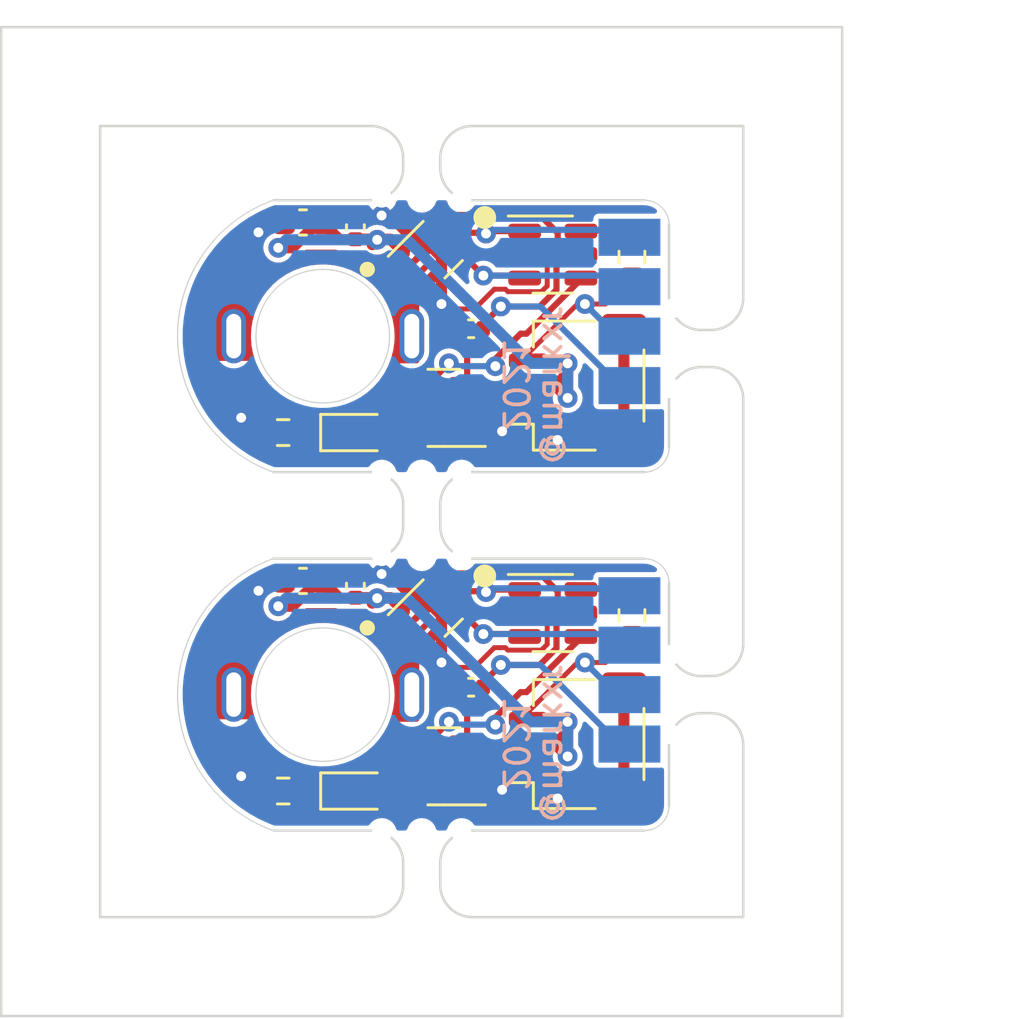
<source format=kicad_pcb>
(kicad_pcb (version 20210108) (generator pcbnew)
  (layers (0 "F.Cu" signal) (31 "B.Cu" signal) (34 "B.Paste" user) (35 "F.Paste" user) (36 "B.SilkS" user "B.Silkscreen") (37 "F.SilkS" user "F.Silkscreen") (38 "B.Mask" user) (39 "F.Mask" user) (44 "Edge.Cuts" user))
  (net 0 "")
  (net 1 "GND")
  (net 2 "VBAT")
  (net 3 "/VLOGIC")
  (net 4 "PWMIN")
  (net 5 "/MOTORF")
  (net 6 "/MOTORR")
  (net 7 "BLINKY")
  (net 8 "Net-(D1-Pad1)")
  (net 9 "/MOTOROUT1")
  (net 10 "/MOTOROUT2")
  (net 11 "/PWMR")
  (footprint "Connector_JST:JST_SH_SM03B-SRSS-TB_1x03-1MP_P1.00mm_Horizontal" (layer "F.Cu") (at 170.3 83.5 90)
    (fp_text reference "J1" hide)
    (fp_text value "Servo wire input" hide)
  )
  (footprint "LED_SMD:LED_0603_1608Metric" (layer "F.Cu") (at 161.4 85.4)
    (fp_text reference "D1" hide)
    (fp_text value "LED" hide)
  )
  (footprint "motorback:drv8837_custom" (layer "F.Cu") (at 164.5 78 45)
    (fp_text reference "U1" hide)
    (fp_text value "DRV8837DSGR" hide)
  )
  (footprint "Connector_JST:JST_SH_SM03B-SRSS-TB_1x03-1MP_P1.00mm_Horizontal" (layer "F.Cu") (at 170.3 98 90)
    (fp_text reference "J1" hide)
    (fp_text value "Servo wire input" hide)
  )
  (footprint "Resistor_SMD:R_0603_1608Metric" (layer "F.Cu") (at 158.4 99.9)
    (fp_text reference "R1" hide)
    (fp_text value "680R" hide)
  )
  (footprint "holes" (layer "F.Cu") (at 165.6127 90.4)
    (fp_text reference "")
    (fp_text value "")
  )
  (footprint "LED_SMD:LED_0603_1608Metric" (layer "F.Cu") (at 161.4 99.9)
    (fp_text reference "D1" hide)
    (fp_text value "LED" hide)
  )
  (footprint "Capacitor_SMD:C_0603_1608Metric" (layer "F.Cu") (at 159.2 91.4 180)
    (fp_text reference "C1" hide)
    (fp_text value "10uF" hide)
  )
  (footprint "motorback:motorpad" (layer "F.Cu") (at 163.4 96)
    (fp_text reference "J3" hide)
    (fp_text value "Conn_01x01_Male" hide)
  )
  (footprint "Resistor_SMD:R_0603_1608Metric" (layer "F.Cu") (at 172.5 78.3 90)
    (fp_text reference "R2" hide)
    (fp_text value "680R" hide)
  )
  (footprint "Package_TO_SOT_SMD:SOT-23-6" (layer "F.Cu") (at 169.3 92.7)
    (fp_text reference "U2" hide)
    (fp_text value "ATtiny4-TS" hide)
  )
  (footprint "holes" (layer "F.Cu") (at 162.387294 101.6)
    (fp_text reference "")
    (fp_text value "")
  )
  (footprint "motorback:drv8837_custom" (layer "F.Cu") (at 164.5 92.5 45)
    (fp_text reference "U1" hide)
    (fp_text value "DRV8837DSGR" hide)
  )
  (footprint "Capacitor_SMD:C_0402_1005Metric" (layer "F.Cu") (at 161.32 77.1 90)
    (fp_text reference "C2" hide)
    (fp_text value "1uF" hide)
  )
  (footprint "holes" (layer "F.Cu") (at 162.387294 87.1)
    (fp_text reference "")
    (fp_text value "")
  )
  (footprint "holes" (layer "F.Cu") (at 165.6127 75.9)
    (fp_text reference "")
    (fp_text value "")
  )
  (footprint "Package_TO_SOT_SMD:SOT-23" (layer "F.Cu") (at 164.9 84.4 180)
    (fp_text reference "U3" hide)
    (fp_text value "AIC1734-33GUTR" hide)
  )
  (footprint "Resistor_SMD:R_0603_1608Metric" (layer "F.Cu") (at 172.5 92.8 90)
    (fp_text reference "R2" hide)
    (fp_text value "680R" hide)
  )
  (footprint "Capacitor_SMD:C_0603_1608Metric" (layer "F.Cu") (at 159.2 76.9 180)
    (fp_text reference "C1" hide)
    (fp_text value "10uF" hide)
  )
  (footprint "Resistor_SMD:R_0603_1608Metric" (layer "F.Cu") (at 158.4 85.4)
    (fp_text reference "R1" hide)
    (fp_text value "680R" hide)
  )
  (footprint "holes" (layer "F.Cu") (at 174.1 97.6127)
    (fp_text reference "")
    (fp_text value "")
  )
  (footprint "motorback:motorpad" (layer "F.Cu") (at 156.6 81.5)
    (fp_text reference "J2" hide)
    (fp_text value "Conn_01x01_Male" hide)
  )
  (footprint "motorback:motorpad" (layer "F.Cu") (at 156.6 96)
    (fp_text reference "J2" hide)
    (fp_text value "Conn_01x01_Male" hide)
  )
  (footprint "motorback:motorpad" (layer "F.Cu") (at 163.4 81.5)
    (fp_text reference "J3" hide)
    (fp_text value "Conn_01x01_Male" hide)
  )
  (footprint "Capacitor_SMD:C_0402_1005Metric" (layer "F.Cu") (at 161.32 91.6 90)
    (fp_text reference "C2" hide)
    (fp_text value "1uF" hide)
  )
  (footprint "Package_TO_SOT_SMD:SOT-23" (layer "F.Cu") (at 164.9 98.9 180)
    (fp_text reference "U3" hide)
    (fp_text value "AIC1734-33GUTR" hide)
  )
  (footprint "Capacitor_SMD:C_0402_1005Metric" (layer "F.Cu") (at 166 81.2 180)
    (fp_text reference "C3" hide)
    (fp_text value "1uF" hide)
  )
  (footprint "Package_TO_SOT_SMD:SOT-23-6" (layer "F.Cu") (at 169.3 78.2)
    (fp_text reference "U2" hide)
    (fp_text value "ATtiny4-TS" hide)
  )
  (footprint "Capacitor_SMD:C_0402_1005Metric" (layer "F.Cu") (at 166 95.7 180)
    (fp_text reference "C3" hide)
    (fp_text value "1uF" hide)
  )
  (footprint "holes" (layer "F.Cu") (at 174.1 83.612702)
    (fp_text reference "")
    (fp_text value "")
  )
  (footprint "motorback:pogopins_5" (layer "B.Cu") (at 172.4 81.5 90)
    (fp_text reference "J4" hide)
    (fp_text value "prog_pins" hide)
  )
  (footprint "motorback:pogopins_5" (layer "B.Cu") (at 172.4 96 90)
    (fp_text reference "J4" hide)
    (fp_text value "prog_pins" hide)
  )
  (gr_circle (center 166.55 91.2) (end 166.95 91.2) (layer "F.SilkS") (width 0.12) (fill solid))
  (gr_circle (center 166.55 76.7) (end 166.95 76.7) (layer "F.SilkS") (width 0.12) (fill solid))
  (gr_circle (center 161.8 93.3) (end 162.05 93.3) (layer "F.SilkS") (width 0.12) (fill solid))
  (gr_circle (center 161.8 78.8) (end 162.05 78.8) (layer "F.SilkS") (width 0.12) (fill solid))
  (gr_line (start 164.841878 89.680984) (end 164.808556 89.586702) (layer "Edge.Cuts") (width 0.1))
  (gr_line (start 162.198524 104.976985) (end 162.295871 104.954107) (layer "Edge.Cuts") (width 0.1))
  (gr_line (start 163.217414 74.990138) (end 163.235891 74.891863) (layer "Edge.Cuts") (width 0.1))
  (gr_line (start 162.817838 90.168864) (end 162.889668 90.099292) (layer "Edge.Cuts") (width 0.1))
  (gr_line (start 162.391165 75.923814) (end 162.483855 75.886285) (layer "Edge.Cuts") (width 0.1))
  (gr_line (start 164.75004 103.692512) (end 164.75004 102.807488) (layer "Edge.Cuts") (width 0.1))
  (gr_line (start 162.889668 87.400708) (end 162.955938 87.475595) (layer "Edge.Cuts") (width 0.1))
  (gr_line (start 162.817838 87.331136) (end 162.889668 87.400708) (layer "Edge.Cuts") (width 0.1))
  (gr_line (start 174.639513 95.070271) (end 174.727574 95.117651) (layer "Edge.Cuts") (width 0.1))
  (gr_line (start 165.900294 75.992313) (end 165.801476 75.976985) (layer "Edge.Cuts") (width 0.1))
  (gr_line (start 165.999998 73) (end 165.900294 73.007687) (layer "Edge.Cuts") (width 0.1))
  (gr_line (start 174 80) (end 174.007687 80.099704) (layer "Edge.Cuts") (width 0.1))
  (gr_line (start 163.191438 89.586702) (end 163.217414 89.490138) (layer "Edge.Cuts") (width 0.1))
  (gr_line (start 164.78258 74.990138) (end 164.764103 74.891863) (layer "Edge.Cuts") (width 0.1))
  (gr_line (start 176.732709 80.740879) (end 176.668864 80.817844) (layer "Edge.Cuts") (width 0.1))
  (gr_line (start 163.117645 87.727574) (end 163.158116 87.819016) (layer "Edge.Cuts") (width 0.1))
  (gr_line (start 165.999998 76) (end 165.900294 75.992313) (layer "Edge.Cuts") (width 0.1))
  (gr_line (start 176.086702 96.808556) (end 175.990138 96.78258) (layer "Edge.Cuts") (width 0.1))
  (gr_line (start 163.070265 102.139513) (end 163.117645 102.227574) (layer "Edge.Cuts") (width 0.1))
  (gr_line (start 174.267291 83.259123) (end 174.331136 83.182158) (layer "Edge.Cuts") (width 0.1))
  (gr_line (start 176.668864 80.817844) (end 176.599292 80.889674) (layer "Edge.Cuts") (width 0.1))
  (gr_line (start 164.882349 89.772426) (end 164.841878 89.680984) (layer "Edge.Cuts") (width 0.1))
  (gr_line (start 161.999996 101.5) (end 158 101.5) (layer "Edge.Cuts") (width 0.1))
  (gr_line (start 177 83.999994) (end 177 94.000012) (layer "Edge.Cuts") (width 0.1))
  (gr_line (start 164.841878 75.180984) (end 164.808556 75.086702) (layer "Edge.Cuts") (width 0.1))
  (gr_line (start 174 84) (end 174.007687 83.900296) (layer "Edge.Cuts") (width 0.1))
  (gr_line (start 162.000002 105) (end 151 105) (layer "Edge.Cuts") (width 0.1))
  (gr_line (start 176.790449 97.340766) (end 176.732709 97.259121) (layer "Edge.Cuts") (width 0.1))
  (gr_line (start 165.516139 87.113715) (end 165.426608 87.158258) (layer "Edge.Cuts") (width 0.1))
  (gr_line (start 177 83.999994) (end 176.992313 83.90029) (layer "Edge.Cuts") (width 0.1))
  (gr_line (start 175.792458 81.246765) (end 175.692512 81.24996) (layer "Edge.Cuts") (width 0.1))
  (gr_line (start 175.207542 81.246763) (end 175.307488 81.249958) (layer "Edge.Cuts") (width 0.1))
  (gr_line (start 165.999998 101.5) (end 165.900294 101.507687) (layer "Edge.Cuts") (width 0.1))
  (gr_line (start 161.999996 76) (end 158 76) (layer "Edge.Cuts") (width 0.1))
  (gr_line (start 174.331136 80.817842) (end 174.400708 80.889672) (layer "Edge.Cuts") (width 0.1))
  (gr_line (start 174.819016 95.158122) (end 174.913298 95.191444) (layer "Edge.Cuts") (width 0.1))
  (gr_line (start 174.209551 80.659232) (end 174.267291 80.740877) (layer "Edge.Cuts") (width 0.1))
  (gr_line (start 162.295871 73.045893) (end 162.391171 73.076186) (layer "Edge.Cuts") (width 0.1))
  (gr_line (start 174.475595 94.955944) (end 174.555354 95.016262) (layer "Edge.Cuts") (width 0.1))
  (gr_line (start 174.007687 94.099706) (end 174.023015 94.198524) (layer "Edge.Cuts") (width 0.1))
  (gr_line (start 162.483855 90.386285) (end 162.573386 90.341742) (layer "Edge.Cuts") (width 0.1))
  (gr_line (start 174.400708 94.889674) (end 174.475595 94.955944) (layer "Edge.Cuts") (width 0.1))
  (gr_line (start 174 84) (end 174 86) (layer "Edge.Cuts") (width 0.1))
  (gr_line (start 163.249954 89.192512) (end 163.249954 88.307488) (layer "Edge.Cuts") (width 0.1))
  (gr_line (start 165.900294 104.992313) (end 165.801476 104.976985) (layer "Edge.Cuts") (width 0.1))
  (gr_line (start 176.841742 97.426608) (end 176.790449 97.340766) (layer "Edge.Cuts") (width 0.1))
  (gr_line (start 163.246759 88.207542) (end 163.249954 88.307488) (layer "Edge.Cuts") (width 0.1))
  (gr_line (start 162.955944 73.475595) (end 163.016262 73.555354) (layer "Edge.Cuts") (width 0.1))
  (gr_line (start 162.0997 75.992313) (end 162.198518 75.976985) (layer "Edge.Cuts") (width 0.1))
  (gr_line (start 174 80) (end 174 77) (layer "Edge.Cuts") (width 0.1))
  (gr_line (start 163.235891 102.608137) (end 163.246759 102.707542) (layer "Edge.Cuts") (width 0.1))
  (gr_line (start 165.182156 104.668864) (end 165.110326 104.599292) (layer "Edge.Cuts") (width 0.1))
  (gr_line (start 177 80.000002) (end 177 73) (layer "Edge.Cuts") (width 0.1))
  (gr_line (start 164.983738 87.555354) (end 164.929729 87.639513) (layer "Edge.Cuts") (width 0.1))
  (gr_line (start 176.360487 82.929725) (end 176.272426 82.882345) (layer "Edge.Cuts") (width 0.1))
  (gr_line (start 176.444646 96.983738) (end 176.360487 96.929729) (layer "Edge.Cuts") (width 0.1))
  (gr_line (start 176.180984 82.841874) (end 176.086702 82.808552) (layer "Edge.Cuts") (width 0.1))
  (gr_line (start 165.516139 90.386285) (end 165.426608 90.341742) (layer "Edge.Cuts") (width 0.1))
  (gr_line (start 175.009862 81.217418) (end 175.108137 81.235895) (layer "Edge.Cuts") (width 0.1))
  (gr_line (start 163.070271 73.639513) (end 163.117651 73.727574) (layer "Edge.Cuts") (width 0.1))
  (gr_line (start 176.954107 83.704125) (end 176.923814 83.608825) (layer "Edge.Cuts") (width 0.1))
  (gr_line (start 174.727574 81.117649) (end 174.819016 81.15812) (layer "Edge.Cuts") (width 0.1))
  (gr_line (start 162.483855 87.113715) (end 162.573386 87.158258) (layer "Edge.Cuts") (width 0.1))
  (gr_line (start 163.158116 75.180984) (end 163.191438 75.086702) (layer "Edge.Cuts") (width 0.1))
  (gr_line (start 163.117645 89.772426) (end 163.158116 89.680984) (layer "Edge.Cuts") (width 0.1))
  (gr_line (start 162.573386 90.341742) (end 162.659228 90.290449) (layer "Edge.Cuts") (width 0.1))
  (gr_line (start 165.608829 101.576186) (end 165.516139 101.613715) (layer "Edge.Cuts") (width 0.1))
  (gr_line (start 161.999996 101.5) (end 162.0997 101.507687) (layer "Edge.Cuts") (width 0.1))
  (gr_line (start 174.913298 95.191444) (end 175.009862 95.21742) (layer "Edge.Cuts") (width 0.1))
  (gr_line (start 165.182156 75.668864) (end 165.110326 75.599292) (layer "Edge.Cuts") (width 0.1))
  (gr_line (start 162.740879 73.267291) (end 162.817844 73.331136) (layer "Edge.Cuts") (width 0.1))
  (gr_line (start 176.444646 82.983734) (end 176.360487 82.929725) (layer "Edge.Cuts") (width 0.1))
  (gr_line (start 162.740873 90.232709) (end 162.817838 90.168864) (layer "Edge.Cuts") (width 0.1))
  (gr_line (start 162.659228 90.290449) (end 162.740873 90.232709) (layer "Edge.Cuts") (width 0.1))
  (gr_line (start 175.891863 81.235897) (end 175.792458 81.246765) (layer "Edge.Cuts") (width 0.1))
  (gr_line (start 175.009862 96.78258) (end 175.108137 96.764103) (layer "Edge.Cuts") (width 0.1))
  (gr_line (start 177 97.999998) (end 177 105) (layer "Edge.Cuts") (width 0.1))
  (gr_line (start 176.886285 83.516135) (end 176.841742 83.426604) (layer "Edge.Cuts") (width 0.1))
  (gr_line (start 162.198518 90.476985) (end 162.295865 90.454107) (layer "Edge.Cuts") (width 0.1))
  (gr_arc (start 159.972702 81.5) (end 158 76) (angle -140.5369116) (layer "Edge.Cuts") (width 0.05))
  (gr_line (start 176.790449 83.340762) (end 176.732709 83.259117) (layer "Edge.Cuts") (width 0.1))
  (gr_line (start 162.000002 105) (end 162.099706 104.992313) (layer "Edge.Cuts") (width 0.1))
  (gr_line (start 176.732709 97.259121) (end 176.668864 97.182156) (layer "Edge.Cuts") (width 0.1))
  (gr_line (start 174.158258 80.57339) (end 174.209551 80.659232) (layer "Edge.Cuts") (width 0.1))
  (gr_line (start 176.180984 81.158122) (end 176.086702 81.191444) (layer "Edge.Cuts") (width 0.1))
  (gr_line (start 162.295871 104.954107) (end 162.391171 104.923814) (layer "Edge.Cuts") (width 0.1))
  (gr_line (start 162.295865 101.545893) (end 162.391165 101.576186) (layer "Edge.Cuts") (width 0.1))
  (gr_line (start 163.191438 87.913298) (end 163.217414 88.009862) (layer "Edge.Cuts") (width 0.1))
  (gr_line (start 165.801476 101.523015) (end 165.704129 101.545893) (layer "Edge.Cuts") (width 0.1))
  (gr_line (start 162.483861 73.113715) (end 162.573392 73.158258) (layer "Edge.Cuts") (width 0.1))
  (gr_line (start 164.983738 73.555354) (end 164.929729 73.639513) (layer "Edge.Cuts") (width 0.1))
  (gr_line (start 162.295865 90.454107) (end 162.391165 90.423814) (layer "Edge.Cuts") (width 0.1))
  (gr_line (start 165.340766 101.709551) (end 165.259121 101.767291) (layer "Edge.Cuts") (width 0.1))
  (gr_line (start 176.180984 96.841878) (end 176.086702 96.808556) (layer "Edge.Cuts") (width 0.1))
  (gr_line (start 165.900294 90.492313) (end 165.801476 90.476985) (layer "Edge.Cuts") (width 0.1))
  (gr_line (start 162.889668 101.900708) (end 162.955938 101.975595) (layer "Edge.Cuts") (width 0.1))
  (gr_line (start 162.391165 101.576186) (end 162.483855 101.613715) (layer "Edge.Cuts") (width 0.1))
  (gr_line (start 174.913298 81.191442) (end 175.009862 81.217418) (layer "Edge.Cuts") (width 0.1))
  (gr_line (start 174 97.999998) (end 174.007687 97.900294) (layer "Edge.Cuts") (width 0.1))
  (gr_line (start 174.555354 95.016262) (end 174.639513 95.070271) (layer "Edge.Cuts") (width 0.1))
  (gr_line (start 165.999998 105) (end 177 105) (layer "Edge.Cuts") (width 0.1))
  (gr_line (start 162.198524 73.023015) (end 162.295871 73.045893) (layer "Edge.Cuts") (width 0.1))
  (gr_line (start 164.78258 102.509862) (end 164.764103 102.608137) (layer "Edge.Cuts") (width 0.1))
  (gr_line (start 175.009862 82.782582) (end 175.108137 82.764105) (layer "Edge.Cuts") (width 0.1))
  (gr_line (start 164.753235 74.792458) (end 164.75004 74.692512) (layer "Edge.Cuts") (width 0.1))
  (gr_line (start 162.955938 87.475595) (end 163.016256 87.555354) (layer "Edge.Cuts") (width 0.1))
  (gr_line (start 165.044056 87.475595) (end 164.983738 87.555354) (layer "Edge.Cuts") (width 0.1))
  (gr_line (start 174.331136 97.182156) (end 174.400708 97.110326) (layer "Edge.Cuts") (width 0.1))
  (gr_line (start 165.801476 73.023015) (end 165.704129 73.045893) (layer "Edge.Cuts") (width 0.1))
  (gr_line (start 174.639513 82.929731) (end 174.727574 82.882351) (layer "Edge.Cuts") (width 0.1))
  (gr_line (start 163.235897 74.108137) (end 163.246765 74.207542) (layer "Edge.Cuts") (width 0.1))
  (gr_line (start 174.475595 83.044058) (end 174.555354 82.98374) (layer "Edge.Cuts") (width 0.1))
  (gr_line (start 162.817844 73.331136) (end 162.889674 73.400708) (layer "Edge.Cuts") (width 0.1))
  (gr_line (start 165.999998 105) (end 165.900294 104.992313) (layer "Edge.Cuts") (width 0.1))
  (gr_line (start 164.983738 75.444646) (end 164.929729 75.360487) (layer "Edge.Cuts") (width 0.1))
  (gr_line (start 174.209551 94.659234) (end 174.267291 94.740879) (layer "Edge.Cuts") (width 0.1))
  (gr_line (start 165.608829 87.076186) (end 165.516139 87.113715) (layer "Edge.Cuts") (width 0.1))
  (gr_line (start 175.108137 96.764103) (end 175.207542 96.753235) (layer "Edge.Cuts") (width 0.1))
  (gr_line (start 162.483861 104.886285) (end 162.573392 104.841742) (layer "Edge.Cuts") (width 0.1))
  (gr_line (start 176.524405 83.044052) (end 176.444646 82.983734) (layer "Edge.Cuts") (width 0.1))
  (gr_line (start 174.400708 83.110328) (end 174.475595 83.044058) (layer "Edge.Cuts") (width 0.1))
  (gr_line (start 175.108137 81.235895) (end 175.207542 81.246763) (layer "Edge.Cuts") (width 0.1))
  (gr_line (start 164.882349 104.272426) (end 164.841878 104.180984) (layer "Edge.Cuts") (width 0.1))
  (gr_line (start 162.295865 75.954107) (end 162.391165 75.923814) (layer "Edge.Cuts") (width 0.1))
  (gr_line (start 162.889674 104.599292) (end 162.955944 104.524405) (layer "Edge.Cuts") (width 0.1))
  (gr_line (start 174.331136 94.817844) (end 174.400708 94.889674) (layer "Edge.Cuts") (width 0.1))
  (gr_arc (start 173 77) (end 174 77) (angle -90) (layer "Edge.Cuts") (width 0.05))
  (gr_line (start 162.889668 90.099292) (end 162.955938 90.024405) (layer "Edge.Cuts") (width 0.1))
  (gr_line (start 165.516139 73.113715) (end 165.426608 73.158258) (layer "Edge.Cuts") (width 0.1))
  (gr_line (start 174.113715 83.516141) (end 174.158258 83.42661) (layer "Edge.Cuts") (width 0.1))
  (gr_line (start 147 69) (end 181 69) (layer "Edge.Cuts") (width 0.1))
  (gr_line (start 165.259121 104.732709) (end 165.182156 104.668864) (layer "Edge.Cuts") (width 0.1))
  (gr_line (start 174.639513 81.070269) (end 174.727574 81.117649) (layer "Edge.Cuts") (width 0.1))
  (gr_line (start 163.191444 104.086702) (end 163.21742 103.990138) (layer "Edge.Cuts") (width 0.1))
  (gr_line (start 163.21742 103.990138) (end 163.235897 103.891863) (layer "Edge.Cuts") (width 0.1))
  (gr_line (start 162.889674 73.400708) (end 162.955944 73.475595) (layer "Edge.Cuts") (width 0.1))
  (gr_line (start 163.191444 73.913298) (end 163.21742 74.009862) (layer "Edge.Cuts") (width 0.1))
  (gr_line (start 162.740873 75.732709) (end 162.817838 75.668864) (layer "Edge.Cuts") (width 0.1))
  (gr_line (start 162.391171 73.076186) (end 162.483861 73.113715) (layer "Edge.Cuts") (width 0.1))
  (gr_line (start 161.999996 87) (end 162.0997 87.007687) (layer "Edge.Cuts") (width 0.1))
  (gr_line (start 162.817844 104.668864) (end 162.889674 104.599292) (layer "Edge.Cuts") (width 0.1))
  (gr_line (start 174.555354 81.01626) (end 174.639513 81.070269) (layer "Edge.Cuts") (width 0.1))
  (gr_line (start 165.110326 87.400708) (end 165.044056 87.475595) (layer "Edge.Cuts") (width 0.1))
  (gr_line (start 181 109) (end 147 109) (layer "Edge.Cuts") (width 0.1))
  (gr_line (start 162.0997 101.507687) (end 162.198518 101.523015) (layer "Edge.Cuts") (width 0.1))
  (gr_line (start 165.801476 90.476985) (end 165.704129 90.454107) (layer "Edge.Cuts") (width 0.1))
  (gr_line (start 164.753235 102.707542) (end 164.75004 102.807488) (layer "Edge.Cuts") (width 0.1))
  (gr_line (start 176.599292 80.889674) (end 176.524405 80.955944) (layer "Edge.Cuts") (width 0.1))
  (gr_line (start 164.753235 74.207542) (end 164.75004 74.307488) (layer "Edge.Cuts") (width 0.1))
  (gr_line (start 162.889668 75.599292) (end 162.955938 75.524405) (layer "Edge.Cuts") (width 0.1))
  (gr_line (start 165.900294 73.007687) (end 165.801476 73.023015) (layer "Edge.Cuts") (width 0.1))
  (gr_line (start 162.955938 75.524405) (end 163.016256 75.444646) (layer "Edge.Cuts") (width 0.1))
  (gr_line (start 161.999996 90.5) (end 162.0997 90.492313) (layer "Edge.Cuts") (width 0.1))
  (gr_line (start 165.900294 101.507687) (end 165.801476 101.523015) (layer "Edge.Cuts") (width 0.1))
  (gr_line (start 176.992313 94.099716) (end 176.976985 94.198534) (layer "Edge.Cuts") (width 0.1))
  (gr_line (start 174.555354 96.983738) (end 174.639513 96.929729) (layer "Edge.Cuts") (width 0.1))
  (gr_line (start 165.516139 104.886285) (end 165.426608 104.841742) (layer "Edge.Cuts") (width 0.1))
  (gr_line (start 162.391165 87.076186) (end 162.483855 87.113715) (layer "Edge.Cuts") (width 0.1))
  (gr_line (start 165.110326 104.599292) (end 165.044056 104.524405) (layer "Edge.Cuts") (width 0.1))
  (gr_line (start 164.764103 74.108137) (end 164.753235 74.207542) (layer "Edge.Cuts") (width 0.1))
  (gr_line (start 176.923814 83.608825) (end 176.886285 83.516135) (layer "Edge.Cuts") (width 0.1))
  (gr_line (start 174.158258 83.42661) (end 174.209551 83.340768) (layer "Edge.Cuts") (width 0.1))
  (gr_line (start 175.792458 96.753235) (end 175.692512 96.75004) (layer "Edge.Cuts") (width 0.1))
  (gr_line (start 176.841742 94.573402) (end 176.790449 94.659244) (layer "Edge.Cuts") (width 0.1))
  (gr_line (start 165.259121 87.267291) (end 165.182156 87.331136) (layer "Edge.Cuts") (width 0.1))
  (gr_line (start 164.78258 89.490138) (end 164.764103 89.391863) (layer "Edge.Cuts") (width 0.1))
  (gr_line (start 176.923814 94.391181) (end 176.886285 94.483871) (layer "Edge.Cuts") (width 0.1))
  (gr_line (start 175.891863 96.764103) (end 175.792458 96.753235) (layer "Edge.Cuts") (width 0.1))
  (gr_line (start 175.009862 95.21742) (end 175.108137 95.235897) (layer "Edge.Cuts") (width 0.1))
  (gr_line (start 151 105) (end 151 73) (layer "Edge.Cuts") (width 0.1))
  (gr_line (start 162.817838 101.831136) (end 162.889668 101.900708) (layer "Edge.Cuts") (width 0.1))
  (gr_line (start 162.955938 90.024405) (end 163.016256 89.944646) (layer "Edge.Cuts") (width 0.1))
  (gr_line (start 176.272426 96.882349) (end 176.180984 96.841878) (layer "Edge.Cuts") (width 0.1))
  (gr_line (start 164.841878 104.180984) (end 164.808556 104.086702) (layer "Edge.Cuts") (width 0.1))
  (gr_line (start 162.659234 73.209551) (end 162.740879 73.267291) (layer "Edge.Cuts") (width 0.1))
  (gr_line (start 163.246765 74.207542) (end 163.24996 74.307488) (layer "Edge.Cuts") (width 0.1))
  (gr_line (start 163.235891 74.891863) (end 163.246759 74.792458) (layer "Edge.Cuts") (width 0.1))
  (gr_line (start 174.045893 83.704131) (end 174.076186 83.608831) (layer "Edge.Cuts") (width 0.1))
  (gr_line (start 164.929729 89.860487) (end 164.882349 89.772426) (layer "Edge.Cuts") (width 0.1))
  (gr_line (start 165.608829 75.923814) (end 165.516139 75.886285) (layer "Edge.Cuts") (width 0.1))
  (gr_line (start 174.727574 82.882351) (end 174.819016 82.84188) (layer "Edge.Cuts") (width 0.1))
  (gr_line (start 163.016262 73.555354) (end 163.070271 73.639513) (layer "Edge.Cuts") (width 0.1))
  (gr_line (start 165.608829 73.076186) (end 165.516139 73.113715) (layer "Edge.Cuts") (width 0.1))
  (gr_line (start 162.099706 104.992313) (end 162.198524 104.976985) (layer "Edge.Cuts") (width 0.1))
  (gr_line (start 176.668864 97.182156) (end 176.599292 97.110326) (layer "Edge.Cuts") (width 0.1))
  (gr_line (start 162.659228 101.709551) (end 162.740873 101.767291) (layer "Edge.Cuts") (width 0.1))
  (gr_line (start 174.113715 94.483861) (end 174.158258 94.573392) (layer "Edge.Cuts") (width 0.1))
  (gr_line (start 162.483855 75.886285) (end 162.573386 75.841742) (layer "Edge.Cuts") (width 0.1))
  (gr_line (start 164.983738 104.444646) (end 164.929729 104.360487) (layer "Edge.Cuts") (width 0.1))
  (gr_line (start 174.007687 83.900296) (end 174.023015 83.801478) (layer "Edge.Cuts") (width 0.1))
  (gr_line (start 174.475595 80.955942) (end 174.555354 81.01626) (layer "Edge.Cuts") (width 0.1))
  (gr_line (start 174.475595 97.044056) (end 174.555354 96.983738) (layer "Edge.Cuts") (width 0.1))
  (gr_line (start 176.524405 97.044056) (end 176.444646 96.983738) (layer "Edge.Cuts") (width 0.1))
  (gr_line (start 164.808556 73.913298) (end 164.78258 74.009862) (layer "Edge.Cuts") (width 0.1))
  (gr_line (start 163.21742 74.009862) (end 163.235897 74.108137) (layer "Edge.Cuts") (width 0.1))
  (gr_line (start 165.110326 73.400708) (end 165.044056 73.475595) (layer "Edge.Cuts") (width 0.1))
  (gr_line (start 162.573386 87.158258) (end 162.659228 87.209551) (layer "Edge.Cuts") (width 0.1))
  (gr_line (start 174 94.000002) (end 174.007687 94.099706) (layer "Edge.Cuts") (width 0.1))
  (gr_line (start 174.076186 80.391169) (end 174.113715 80.483859) (layer "Edge.Cuts") (width 0.1))
  (gr_line (start 165.182156 90.168864) (end 165.110326 90.099292) (layer "Edge.Cuts") (width 0.1))
  (gr_line (start 164.808556 89.586702) (end 164.78258 89.490138) (layer "Edge.Cuts") (width 0.1))
  (gr_line (start 163.217414 88.009862) (end 163.235891 88.108137) (layer "Edge.Cuts") (width 0.1))
  (gr_line (start 176.272426 82.882345) (end 176.180984 82.841874) (layer "Edge.Cuts") (width 0.1))
  (gr_line (start 176.180984 95.158132) (end 176.086702 95.191454) (layer "Edge.Cuts") (width 0.1))
  (gr_line (start 176.976985 80.198524) (end 176.954107 80.295871) (layer "Edge.Cuts") (width 0.1))
  (gr_line (start 163.158116 102.319016) (end 163.191438 102.413298) (layer "Edge.Cuts") (width 0.1))
  (gr_line (start 176.976985 83.801472) (end 176.954107 83.704125) (layer "Edge.Cuts") (width 0.1))
  (gr_line (start 164.753235 88.207542) (end 164.75004 88.307488) (layer "Edge.Cuts") (width 0.1))
  (gr_line (start 162.0997 87.007687) (end 162.198518 87.023015) (layer "Edge.Cuts") (width 0.1))
  (gr_line (start 165.999998 90.5) (end 173 90.5) (layer "Edge.Cuts") (width 0.1))
  (gr_line (start 176.790449 94.659244) (end 176.732709 94.740889) (layer "Edge.Cuts") (width 0.1))
  (gr_line (start 165.110326 90.099292) (end 165.044056 90.024405) (layer "Edge.Cuts") (width 0.1))
  (gr_line (start 176.272426 81.117651) (end 176.180984 81.158122) (layer "Edge.Cuts") (width 0.1))
  (gr_line (start 176.923814 97.608829) (end 176.886285 97.516139) (layer "Edge.Cuts") (width 0.1))
  (gr_line (start 175.990138 96.78258) (end 175.891863 96.764103) (layer "Edge.Cuts") (width 0.1))
  (gr_line (start 176.732709 94.740889) (end 176.668864 94.817854) (layer "Edge.Cuts") (width 0.1))
  (gr_arc (start 159.972702 96) (end 158 90.5) (angle -140.5369116) (layer "Edge.Cuts") (width 0.05))
  (gr_line (start 174.076186 83.608831) (end 174.113715 83.516141) (layer "Edge.Cuts") (width 0.1))
  (gr_line (start 165.044056 90.024405) (end 164.983738 89.944646) (layer "Edge.Cuts") (width 0.1))
  (gr_line (start 163.235891 88.108137) (end 163.246759 88.207542) (layer "Edge.Cuts") (width 0.1))
  (gr_line (start 165.426608 90.341742) (end 165.340766 90.290449) (layer "Edge.Cuts") (width 0.1))
  (gr_line (start 174.209551 83.340768) (end 174.267291 83.259123) (layer "Edge.Cuts") (width 0.1))
  (gr_line (start 176.976985 97.801476) (end 176.954107 97.704129) (layer "Edge.Cuts") (width 0.1))
  (gr_line (start 162.740873 101.767291) (end 162.817838 101.831136) (layer "Edge.Cuts") (width 0.1))
  (gr_line (start 176.360487 81.070271) (end 176.272426 81.117651) (layer "Edge.Cuts") (width 0.1))
  (gr_line (start 162.483855 101.613715) (end 162.573386 101.658258) (layer "Edge.Cuts") (width 0.1))
  (gr_line (start 163.217414 102.509862) (end 163.235891 102.608137) (layer "Edge.Cuts") (width 0.1))
  (gr_line (start 162.198518 87.023015) (end 162.295865 87.045893) (layer "Edge.Cuts") (width 0.1))
  (gr_line (start 164.882349 87.727574) (end 164.841878 87.819016) (layer "Edge.Cuts") (width 0.1))
  (gr_line (start 174.113715 80.483859) (end 174.158258 80.57339) (layer "Edge.Cuts") (width 0.1))
  (gr_line (start 162.295865 87.045893) (end 162.391165 87.076186) (layer "Edge.Cuts") (width 0.1))
  (gr_line (start 176.086702 95.191454) (end 175.990138 95.21743) (layer "Edge.Cuts") (width 0.1))
  (gr_line (start 164.753235 103.792458) (end 164.75004 103.692512) (layer "Edge.Cuts") (width 0.1))
  (gr_line (start 165.999998 76) (end 173 76) (layer "Edge.Cuts") (width 0.1))
  (gr_line (start 164.929729 75.360487) (end 164.882349 75.272426) (layer "Edge.Cuts") (width 0.1))
  (gr_line (start 177 80.000002) (end 176.992313 80.099706) (layer "Edge.Cuts") (width 0.1))
  (gr_line (start 163.158116 87.819016) (end 163.191438 87.913298) (layer "Edge.Cuts") (width 0.1))
  (gr_line (start 165.900294 87.007687) (end 165.801476 87.023015) (layer "Edge.Cuts") (width 0.1))
  (gr_line (start 165.704129 101.545893) (end 165.608829 101.576186) (layer "Edge.Cuts") (width 0.1))
  (gr_line (start 174.045893 94.295871) (end 174.076186 94.391171) (layer "Edge.Cuts") (width 0.1))
  (gr_line (start 174.023015 80.198522) (end 174.045893 80.295869) (layer "Edge.Cuts") (width 0.1))
  (gr_line (start 174.076186 97.608829) (end 174.113715 97.516139) (layer "Edge.Cuts") (width 0.1))
  (gr_line (start 163.117651 104.272426) (end 163.158122 104.180984) (layer "Edge.Cuts") (width 0.1))
  (gr_line (start 165.999998 87) (end 173 87) (layer "Edge.Cuts") (width 0.1))
  (gr_line (start 174.267291 80.740877) (end 174.331136 80.817842) (layer "Edge.Cuts") (width 0.1))
  (gr_line (start 176.732709 83.259117) (end 176.668864 83.182152) (layer "Edge.Cuts") (width 0.1))
  (gr_line (start 164.929729 102.139513) (end 164.882349 102.227574) (layer "Edge.Cuts") (width 0.1))
  (gr_line (start 176.790449 80.659234) (end 176.732709 80.740879) (layer "Edge.Cuts") (width 0.1))
  (gr_line (start 176.668864 94.817854) (end 176.599292 94.889684) (layer "Edge.Cuts") (width 0.1))
  (gr_line (start 164.929729 104.360487) (end 164.882349 104.272426) (layer "Edge.Cuts") (width 0.1))
  (gr_line (start 175.108137 95.235897) (end 175.207542 95.246765) (layer "Edge.Cuts") (width 0.1))
  (gr_line (start 176.886285 80.483861) (end 176.841742 80.573392) (layer "Edge.Cuts") (width 0.1))
  (gr_line (start 176.954107 80.295871) (end 176.923814 80.391171) (layer "Edge.Cuts") (width 0.1))
  (gr_line (start 162.740873 87.267291) (end 162.817838 87.331136) (layer "Edge.Cuts") (width 0.1))
  (gr_line (start 176.272426 95.117661) (end 176.180984 95.158132) (layer "Edge.Cuts") (width 0.1))
  (gr_line (start 164.75004 74.692512) (end 164.75004 74.307488) (layer "Edge.Cuts") (width 0.1))
  (gr_line (start 177 97.999998) (end 176.992313 97.900294) (layer "Edge.Cuts") (width 0.1))
  (gr_line (start 164.841878 87.819016) (end 164.808556 87.913298) (layer "Edge.Cuts") (width 0.1))
  (gr_arc (start 173 91.5) (end 174 91.5) (angle -90) (layer "Edge.Cuts") (width 0.05))
  (gr_line (start 164.78258 88.009862) (end 164.764103 88.108137) (layer "Edge.Cuts") (width 0.1))
  (gr_line (start 165.704129 87.045893) (end 165.608829 87.076186) (layer "Edge.Cuts") (width 0.1))
  (gr_line (start 174.267291 94.740879) (end 174.331136 94.817844) (layer "Edge.Cuts") (width 0.1))
  (gr_line (start 176.886285 94.483871) (end 176.841742 94.573402) (layer "Edge.Cuts") (width 0.1))
  (gr_line (start 165.516139 75.886285) (end 165.426608 75.841742) (layer "Edge.Cuts") (width 0.1))
  (gr_line (start 162.391171 104.923814) (end 162.483861 104.886285) (layer "Edge.Cuts") (width 0.1))
  (gr_line (start 147 109) (end 147 69) (layer "Edge.Cuts") (width 0.1))
  (gr_line (start 176.954107 97.704129) (end 176.923814 97.608829) (layer "Edge.Cuts") (width 0.1))
  (gr_line (start 164.841878 102.319016) (end 164.808556 102.413298) (layer "Edge.Cuts") (width 0.1))
  (gr_line (start 175.792458 82.753231) (end 175.692512 82.750036) (layer "Edge.Cuts") (width 0.1))
  (gr_line (start 175.990138 95.21743) (end 175.891863 95.235907) (layer "Edge.Cuts") (width 0.1))
  (gr_line (start 163.016262 104.444646) (end 163.070271 104.360487) (layer "Edge.Cuts") (width 0.1))
  (gr_line (start 174.045893 80.295869) (end 174.076186 80.391169) (layer "Edge.Cuts") (width 0.1))
  (gr_line (start 165.704129 73.045893) (end 165.608829 73.076186) (layer "Edge.Cuts") (width 0.1))
  (gr_line (start 163.070265 89.860487) (end 163.117645 89.772426) (layer "Edge.Cuts") (width 0.1))
  (gr_line (start 165.426608 75.841742) (end 165.340766 75.790449) (layer "Edge.Cuts") (width 0.1))
  (gr_line (start 163.016256 102.055354) (end 163.070265 102.139513) (layer "Edge.Cuts") (width 0.1))
  (gr_line (start 162.817838 75.668864) (end 162.889668 75.599292) (layer "Edge.Cuts") (width 0.1))
  (gr_line (start 175.792458 95.246775) (end 175.692512 95.24997) (layer "Edge.Cuts") (width 0.1))
  (gr_line (start 175.207542 96.753235) (end 175.307488 96.75004) (layer "Edge.Cuts") (width 0.1))
  (gr_line (start 161.999996 87) (end 158 87) (layer "Edge.Cuts") (width 0.1))
  (gr_line (start 163.070271 104.360487) (end 163.117651 104.272426) (layer "Edge.Cuts") (width 0.1))
  (gr_line (start 174.727574 95.117651) (end 174.819016 95.158122) (layer "Edge.Cuts") (width 0.1))
  (gr_line (start 174.267291 97.259121) (end 174.331136 97.182156) (layer "Edge.Cuts") (width 0.1))
  (gr_line (start 164.929729 87.639513) (end 164.882349 87.727574) (layer "Edge.Cuts") (width 0.1))
  (gr_line (start 162.659228 87.209551) (end 162.740873 87.267291) (layer "Edge.Cuts") (width 0.1))
  (gr_line (start 163.016256 87.555354) (end 163.070265 87.639513) (layer "Edge.Cuts") (width 0.1))
  (gr_line (start 174 94.000002) (end 174 91.5) (layer "Edge.Cuts") (width 0.1))
  (gr_arc (start 173 86) (end 173 87) (angle -90) (layer "Edge.Cuts") (width 0.05))
  (gr_line (start 162.000002 73) (end 162.099706 73.007687) (layer "Edge.Cuts") (width 0.1))
  (gr_line (start 165.259121 101.767291) (end 165.182156 101.831136) (layer "Edge.Cuts") (width 0.1))
  (gr_line (start 165.999998 90.5) (end 165.900294 90.492313) (layer "Edge.Cuts") (width 0.1))
  (gr_line (start 164.764103 103.891863) (end 164.753235 103.792458) (layer "Edge.Cuts") (width 0.1))
  (gr_line (start 175.207542 95.246765) (end 175.307488 95.24996) (layer "Edge.Cuts") (width 0.1))
  (gr_line (start 163.016256 89.944646) (end 163.070265 89.860487) (layer "Edge.Cuts") (width 0.1))
  (gr_line (start 163.158116 89.680984) (end 163.191438 89.586702) (layer "Edge.Cuts") (width 0.1))
  (gr_line (start 165.259121 73.267291) (end 165.182156 73.331136) (layer "Edge.Cuts") (width 0.1))
  (gr_line (start 176.923814 80.391171) (end 176.886285 80.483861) (layer "Edge.Cuts") (width 0.1))
  (gr_line (start 175.891863 95.235907) (end 175.792458 95.246775) (layer "Edge.Cuts") (width 0.1))
  (gr_line (start 174.913298 82.808558) (end 175.009862 82.782582) (layer "Edge.Cuts") (width 0.1))
  (gr_line (start 164.808556 87.913298) (end 164.78258 88.009862) (layer "Edge.Cuts") (width 0.1))
  (gr_line (start 161.999996 90.5) (end 158 90.5) (layer "Edge.Cuts") (width 0.1))
  (gr_line (start 165.044056 104.524405) (end 164.983738 104.444646) (layer "Edge.Cuts") (width 0.1))
  (gr_line (start 162.391165 90.423814) (end 162.483855 90.386285) (layer "Edge.Cuts") (width 0.1))
  (gr_line (start 174.639513 96.929729) (end 174.727574 96.882349) (layer "Edge.Cuts") (width 0.1))
  (gr_line (start 162.000002 73) (end 151 73) (layer "Edge.Cuts") (width 0.1))
  (gr_line (start 164.808556 75.086702) (end 164.78258 74.990138) (layer "Edge.Cuts") (width 0.1))
  (gr_line (start 175.692512 95.24997) (end 175.307488 95.24996) (layer "Edge.Cuts") (width 0.1))
  (gr_line (start 165.182156 73.331136) (end 165.110326 73.400708) (layer "Edge.Cuts") (width 0.1))
  (gr_line (start 176.444646 81.016262) (end 176.360487 81.070271) (layer "Edge.Cuts") (width 0.1))
  (gr_line (start 176.360487 95.070281) (end 176.272426 95.117661) (layer "Edge.Cuts") (width 0.1))
  (gr_line (start 176.992313 80.099706) (end 176.976985 80.198524) (layer "Edge.Cuts") (width 0.1))
  (gr_line (start 165.044056 73.475595) (end 164.983738 73.555354) (layer "Edge.Cuts") (width 0.1))
  (gr_line (start 165.801476 75.976985) (end 165.704129 75.954107) (layer "Edge.Cuts") (width 0.1))
  (gr_line (start 165.426608 87.158258) (end 165.340766 87.209551) (layer "Edge.Cuts") (width 0.1))
  (gr_line (start 181 69) (end 181 109) (layer "Edge.Cuts") (width 0.1))
  (gr_line (start 164.808556 102.413298) (end 164.78258 102.509862) (layer "Edge.Cuts") (width 0.1))
  (gr_line (start 162.955944 104.524405) (end 163.016262 104.444646) (layer "Edge.Cuts") (width 0.1))
  (gr_line (start 164.808556 104.086702) (end 164.78258 103.990138) (layer "Edge.Cuts") (width 0.1))
  (gr_line (start 163.016256 75.444646) (end 163.070265 75.360487) (layer "Edge.Cuts") (width 0.1))
  (gr_line (start 165.608829 104.923814) (end 165.516139 104.886285) (layer "Edge.Cuts") (width 0.1))
  (gr_line (start 165.340766 73.209551) (end 165.259121 73.267291) (layer "Edge.Cuts") (width 0.1))
  (gr_line (start 163.117651 73.727574) (end 163.158122 73.819016) (layer "Edge.Cuts") (width 0.1))
  (gr_circle (center 160 81.5) (end 162.7 81.5) (layer "Edge.Cuts") (width 0.05) (fill none))
  (gr_line (start 176.599292 94.889684) (end 176.524405 94.955954) (layer "Edge.Cuts") (width 0.1))
  (gr_line (start 175.108137 82.764105) (end 175.207542 82.753237) (layer "Edge.Cuts") (width 0.1))
  (gr_line (start 176.954107 94.295881) (end 176.923814 94.391181) (layer "Edge.Cuts") (width 0.1))
  (gr_line (start 163.24996 103.692512) (end 163.249954 102.807488) (layer "Edge.Cuts") (width 0.1))
  (gr_line (start 165.426608 104.841742) (end 165.340766 104.790449) (layer "Edge.Cuts") (width 0.1))
  (gr_line (start 164.78258 74.009862) (end 164.764103 74.108137) (layer "Edge.Cuts") (width 0.1))
  (gr_line (start 164.764103 102.608137) (end 164.753235 102.707542) (layer "Edge.Cuts") (width 0.1))
  (gr_line (start 165.182156 101.831136) (end 165.110326 101.900708) (layer "Edge.Cuts") (width 0.1))
  (gr_line (start 163.235891 89.391863) (end 163.246759 89.292458) (layer "Edge.Cuts") (width 0.1))
  (gr_line (start 163.117645 102.227574) (end 163.158116 102.319016) (layer "Edge.Cuts") (width 0.1))
  (gr_line (start 174 97.999998) (end 174 100.5) (layer "Edge.Cuts") (width 0.1))
  (gr_line (start 174.819016 82.84188) (end 174.913298 82.808558) (layer "Edge.Cuts") (width 0.1))
  (gr_line (start 163.158122 104.180984) (end 163.191444 104.086702) (layer "Edge.Cuts") (width 0.1))
  (gr_line (start 165.704129 104.954107) (end 165.608829 104.923814) (layer "Edge.Cuts") (width 0.1))
  (gr_line (start 165.044056 101.975595) (end 164.983738 102.055354) (layer "Edge.Cuts") (width 0.1))
  (gr_line (start 162.198518 75.976985) (end 162.295865 75.954107) (layer "Edge.Cuts") (width 0.1))
  (gr_line (start 175.692512 81.24996) (end 175.307488 81.249958) (layer "Edge.Cuts") (width 0.1))
  (gr_line (start 174.819016 81.15812) (end 174.913298 81.191442) (layer "Edge.Cuts") (width 0.1))
  (gr_line (start 176.841742 80.573392) (end 176.790449 80.659234) (layer "Edge.Cuts") (width 0.1))
  (gr_line (start 165.999998 101.5) (end 173 101.5) (layer "Edge.Cuts") (width 0.1))
  (gr_line (start 165.340766 104.790449) (end 165.259121 104.732709) (layer "Edge.Cuts") (width 0.1))
  (gr_line (start 164.753235 89.292458) (end 164.75004 89.192512) (layer "Edge.Cuts") (width 0.1))
  (gr_line (start 177 94.000012) (end 176.992313 94.099716) (layer "Edge.Cuts") (width 0.1))
  (gr_line (start 162.573392 73.158258) (end 162.659234 73.209551) (layer "Edge.Cuts") (width 0.1))
  (gr_line (start 162.0997 90.492313) (end 162.198518 90.476985) (layer "Edge.Cuts") (width 0.1))
  (gr_line (start 174.331136 83.182158) (end 174.400708 83.110328) (layer "Edge.Cuts") (width 0.1))
  (gr_line (start 175.990138 81.21742) (end 175.891863 81.235897) (layer "Edge.Cuts") (width 0.1))
  (gr_line (start 164.882349 102.227574) (end 164.841878 102.319016) (layer "Edge.Cuts") (width 0.1))
  (gr_line (start 164.882349 73.727574) (end 164.841878 73.819016) (layer "Edge.Cuts") (width 0.1))
  (gr_line (start 174.400708 80.889672) (end 174.475595 80.955942) (layer "Edge.Cuts") (width 0.1))
  (gr_arc (start 173 100.5) (end 173 101.5) (angle -90) (layer "Edge.Cuts") (width 0.05))
  (gr_line (start 174.819016 96.841878) (end 174.913298 96.808556) (layer "Edge.Cuts") (width 0.1))
  (gr_line (start 165.340766 90.290449) (end 165.259121 90.232709) (layer "Edge.Cuts") (width 0.1))
  (gr_line (start 164.841878 73.819016) (end 164.808556 73.913298) (layer "Edge.Cuts") (width 0.1))
  (gr_line (start 165.259121 75.732709) (end 165.182156 75.668864) (layer "Edge.Cuts") (width 0.1))
  (gr_line (start 163.246759 89.292458) (end 163.249954 89.192512) (layer "Edge.Cuts") (width 0.1))
  (gr_line (start 165.999998 87) (end 165.900294 87.007687) (layer "Edge.Cuts") (width 0.1))
  (gr_line (start 162.573392 104.841742) (end 162.659234 104.790449) (layer "Edge.Cuts") (width 0.1))
  (gr_line (start 175.692512 96.75004) (end 175.307488 96.75004) (layer "Edge.Cuts") (width 0.1))
  (gr_line (start 163.246759 102.707542) (end 163.249954 102.807488) (layer "Edge.Cuts") (width 0.1))
  (gr_line (start 163.217414 89.490138) (end 163.235891 89.391863) (layer "Edge.Cuts") (width 0.1))
  (gr_line (start 165.340766 87.209551) (end 165.259121 87.267291) (layer "Edge.Cuts") (width 0.1))
  (gr_line (start 174.400708 97.110326) (end 174.475595 97.044056) (layer "Edge.Cuts") (width 0.1))
  (gr_line (start 162.573386 75.841742) (end 162.659228 75.790449) (layer "Edge.Cuts") (width 0.1))
  (gr_line (start 176.086702 82.808552) (end 175.990138 82.782576) (layer "Edge.Cuts") (width 0.1))
  (gr_line (start 165.516139 101.613715) (end 165.426608 101.658258) (layer "Edge.Cuts") (width 0.1))
  (gr_line (start 162.573386 101.658258) (end 162.659228 101.709551) (layer "Edge.Cuts") (width 0.1))
  (gr_line (start 163.249954 74.692512) (end 163.24996 74.307488) (layer "Edge.Cuts") (width 0.1))
  (gr_line (start 176.360487 96.929729) (end 176.272426 96.882349) (layer "Edge.Cuts") (width 0.1))
  (gr_line (start 165.182156 87.331136) (end 165.110326 87.400708) (layer "Edge.Cuts") (width 0.1))
  (gr_line (start 174.209551 97.340766) (end 174.267291 97.259121) (layer "Edge.Cuts") (width 0.1))
  (gr_line (start 165.426608 101.658258) (end 165.340766 101.709551) (layer "Edge.Cuts") (width 0.1))
  (gr_line (start 163.246759 74.792458) (end 163.249954 74.692512) (layer "Edge.Cuts") (width 0.1))
  (gr_line (start 165.801476 87.023015) (end 165.704129 87.045893) (layer "Edge.Cuts") (width 0.1))
  (gr_line (start 176.976985 94.198534) (end 176.954107 94.295881) (layer "Edge.Cuts") (width 0.1))
  (gr_line (start 164.78258 103.990138) (end 164.764103 103.891863) (layer "Edge.Cuts") (width 0.1))
  (gr_line (start 165.340766 75.790449) (end 165.259121 75.732709) (layer "Edge.Cuts") (width 0.1))
  (gr_line (start 174.113715 97.516139) (end 174.158258 97.426608) (layer "Edge.Cuts") (width 0.1))
  (gr_line (start 176.886285 97.516139) (end 176.841742 97.426608) (layer "Edge.Cuts") (width 0.1))
  (gr_line (start 161.999996 76) (end 162.0997 75.992313) (layer "Edge.Cuts") (width 0.1))
  (gr_line (start 174.045893 97.704129) (end 174.076186 97.608829) (layer "Edge.Cuts") (width 0.1))
  (gr_line (start 165.704129 75.954107) (end 165.608829 75.923814) (layer "Edge.Cuts") (width 0.1))
  (gr_line (start 162.099706 73.007687) (end 162.198524 73.023015) (layer "Edge.Cuts") (width 0.1))
  (gr_line (start 174.158258 94.573392) (end 174.209551 94.659234) (layer "Edge.Cuts") (width 0.1))
  (gr_line (start 164.983738 89.944646) (end 164.929729 89.860487) (layer "Edge.Cuts") (width 0.1))
  (gr_line (start 165.999998 73) (end 177 73) (layer "Edge.Cuts") (width 0.1))
  (gr_line (start 174.023015 83.801478) (end 174.045893 83.704131) (layer "Edge.Cuts") (width 0.1))
  (gr_line (start 164.764103 88.108137) (end 164.753235 88.207542) (layer "Edge.Cuts") (width 0.1))
  (gr_line (start 163.235897 103.891863) (end 163.246765 103.792458) (layer "Edge.Cuts") (width 0.1))
  (gr_line (start 175.207542 82.753237) (end 175.307488 82.750042) (layer "Edge.Cuts") (width 0.1))
  (gr_line (start 164.882349 75.272426) (end 164.841878 75.180984) (layer "Edge.Cuts") (width 0.1))
  (gr_line (start 176.992313 83.90029) (end 176.976985 83.801472) (layer "Edge.Cuts") (width 0.1))
  (gr_line (start 165.110326 101.900708) (end 165.044056 101.975595) (layer "Edge.Cuts") (width 0.1))
  (gr_line (start 165.426608 73.158258) (end 165.340766 73.209551) (layer "Edge.Cuts") (width 0.1))
  (gr_line (start 174.007687 80.099704) (end 174.023015 80.198522) (layer "Edge.Cuts") (width 0.1))
  (gr_line (start 164.929729 73.639513) (end 164.882349 73.727574) (layer "Edge.Cuts") (width 0.1))
  (gr_line (start 176.444646 95.016272) (end 176.360487 95.070281) (layer "Edge.Cuts") (width 0.1))
  (gr_line (start 163.246765 103.792458) (end 163.24996 103.692512) (layer "Edge.Cuts") (width 0.1))
  (gr_circle (center 160 96) (end 162.7 96) (layer "Edge.Cuts") (width 0.05) (fill none))
  (gr_line (start 176.599292 83.110322) (end 176.524405 83.044052) (layer "Edge.Cuts") (width 0.1))
  (gr_line (start 164.75004 89.192512) (end 164.75004 88.307488) (layer "Edge.Cuts") (width 0.1))
  (gr_line (start 164.983738 102.055354) (end 164.929729 102.139513) (layer "Edge.Cuts") (width 0.1))
  (gr_line (start 164.764103 74.891863) (end 164.753235 74.792458) (layer "Edge.Cuts") (width 0.1))
  (gr_line (start 175.990138 82.782576) (end 175.891863 82.764099) (layer "Edge.Cuts") (width 0.1))
  (gr_line (start 175.891863 82.764099) (end 175.792458 82.753231) (layer "Edge.Cuts") (width 0.1))
  (gr_line (start 163.117645 75.272426) (end 163.158116 75.180984) (layer "Edge.Cuts") (width 0.1))
  (gr_line (start 162.955938 101.975595) (end 163.016256 102.055354) (layer "Edge.Cuts") (width 0.1))
  (gr_line (start 163.070265 75.360487) (end 163.117645 75.272426) (layer "Edge.Cuts") (width 0.1))
  (gr_line (start 165.608829 90.423814) (end 165.516139 90.386285) (layer "Edge.Cuts") (width 0.1))
  (gr_line (start 176.524405 94.955954) (end 176.444646 95.016272) (layer "Edge.Cuts") (width 0.1))
  (gr_line (start 165.110326 75.599292) (end 165.044056 75.524405) (layer "Edge.Cuts") (width 0.1))
  (gr_line (start 165.044056 75.524405) (end 164.983738 75.444646) (layer "Edge.Cuts") (width 0.1))
  (gr_line (start 176.524405 80.955944) (end 176.444646 81.016262) (layer "Edge.Cuts") (width 0.1))
  (gr_line (start 162.740879 104.732709) (end 162.817844 104.668864) (layer "Edge.Cuts") (width 0.1))
  (gr_line (start 163.158122 73.819016) (end 163.191444 73.913298) (layer "Edge.Cuts") (width 0.1))
  (gr_line (start 165.801476 104.976985) (end 165.704129 104.954107) (layer "Edge.Cuts") (width 0.1))
  (gr_line (start 174.023015 94.198524) (end 174.045893 94.295871) (layer "Edge.Cuts") (width 0.1))
  (gr_line (start 176.668864 83.182152) (end 176.599292 83.110322) (layer "Edge.Cuts") (width 0.1))
  (gr_line (start 174.727574 96.882349) (end 174.819016 96.841878) (layer "Edge.Cuts") (width 0.1))
  (gr_line (start 174.023015 97.801476) (end 174.045893 97.704129) (layer "Edge.Cuts") (width 0.1))
  (gr_line (start 174.007687 97.900294) (end 174.023015 97.801476) (layer "Edge.Cuts") (width 0.1))
  (gr_line (start 164.764103 89.391863) (end 164.753235 89.292458) (layer "Edge.Cuts") (width 0.1))
  (gr_line (start 163.191438 102.413298) (end 163.217414 102.509862) (layer "Edge.Cuts") (width 0.1))
  (gr_line (start 162.659234 104.790449) (end 162.740879 104.732709) (layer "Edge.Cuts") (width 0.1))
  (gr_line (start 174.913298 96.808556) (end 175.009862 96.78258) (layer "Edge.Cuts") (width 0.1))
  (gr_line (start 176.841742 83.426604) (end 176.790449 83.340762) (layer "Edge.Cuts") (width 0.1))
  (gr_line (start 176.992313 97.900294) (end 176.976985 97.801476) (layer "Edge.Cuts") (width 0.1))
  (gr_line (start 175.692512 82.750036) (end 175.307488 82.750042) (layer "Edge.Cuts") (width 0.1))
  (gr_line (start 162.198518 101.523015) (end 162.295865 101.545893) (layer "Edge.Cuts") (width 0.1))
  (gr_line (start 162.659228 75.790449) (end 162.740873 75.732709) (layer "Edge.Cuts") (width 0.1))
  (gr_line (start 165.259121 90.232709) (end 165.182156 90.168864) (layer "Edge.Cuts") (width 0.1))
  (gr_line (start 176.599292 97.110326) (end 176.524405 97.044056) (layer "Edge.Cuts") (width 0.1))
  (gr_line (start 174.076186 94.391171) (end 174.113715 94.483861) (layer "Edge.Cuts") (width 0.1))
  (gr_line (start 163.070265 87.639513) (end 163.117645 87.727574) (layer "Edge.Cuts") (width 0.1))
  (gr_line (start 163.191438 75.086702) (end 163.217414 74.990138) (layer "Edge.Cuts") (width 0.1))
  (gr_line (start 176.086702 81.191444) (end 175.990138 81.21742) (layer "Edge.Cuts") (width 0.1))
  (gr_line (start 174.158258 97.426608) (end 174.209551 97.340766) (layer "Edge.Cuts") (width 0.1))
  (gr_line (start 165.704129 90.454107) (end 165.608829 90.423814) (layer "Edge.Cuts") (width 0.1))
  (gr_line (start 174.555354 82.98374) (end 174.639513 82.929731) (layer "Edge.Cuts") (width 0.1))
  (gr_text "@markxr\n2021" (at 168.6 83.5 270) (layer "B.SilkS") (effects (font (size 1 1)) (justify mirror)))
  (gr_text "@markxr\n2021" (at 168.6 98 270) (layer "B.SilkS") (effects (font (size 1 1)) (justify mirror)))
  (segment (start 172.175 95.7) (end 172.175 100.3) (width 0.45) (layer "F.Cu") (net 1))
  (segment (start 164.8 93.260661) (end 164.358579 93.702082) (width 0.45) (layer "F.Cu") (net 1))
  (segment (start 169.07502 92.85002) (end 169.07502 93.965694) (width 0.2) (layer "F.Cu") (net 1))
  (segment (start 168.1625 78.2) (end 168.925 78.2) (width 0.2) (layer "F.Cu") (net 1))
  (segment (start 157.8 91.4) (end 157.4 91.8) (width 0.45) (layer "F.Cu") (net 1))
  (segment (start 157.3 99.9) (end 156.7 99.3) (width 0.45) (layer "F.Cu") (net 1))
  (segment (start 169.07502 79.465694) (end 168.840694 79.70002) (width 0.2) (layer "F.Cu") (net 1))
  (segment (start 157.575 85.4) (end 157.3 85.4) (width 0.45) (layer "F.Cu") (net 1))
  (segment (start 166.137998 80.4) (end 165.5 80.4) (width 0.2) (layer "F.Cu") (net 1))
  (segment (start 162.38 91.12) (end 162.72 91.12) (width 0.45) (layer "F.Cu") (net 1))
  (segment (start 166.937998 79.6) (end 166.137998 80.4) (width 0.2) (layer "F.Cu") (net 1))
  (segment (start 166.937998 94.1) (end 166.887999 94.149999) (width 0.2) (layer "F.Cu") (net 1))
  (segment (start 168.1625 92.7) (end 168.925 92.7) (width 0.2) (layer "F.Cu") (net 1))
  (segment (start 167.45 99.85) (end 168.3 99) (width 0.45) (layer "F.Cu") (net 1))
  (segment (start 166.937998 94.1) (end 166.137998 94.9) (width 0.2) (layer "F.Cu") (net 1))
  (segment (start 169.6 100.3) (end 172.175 100.3) (width 0.45) (layer "F.Cu") (net 1))
  (segment (start 167.484306 79.70002) (end 167.384286 79.6) (width 0.2) (layer "F.Cu") (net 1))
  (segment (start 166.937998 79.6) (end 166.887999 79.649999) (width 0.2) (layer "F.Cu") (net 1))
  (segment (start 168.3 84.5) (end 169.5 85.7) (width 0.45) (layer "F.Cu") (net 1))
  (segment (start 169.07502 78.35002) (end 169.07502 79.465694) (width 0.2) (layer "F.Cu") (net 1))
  (segment (start 168.925 78.2) (end 169.07502 78.35002) (width 0.2) (layer "F.Cu") (net 1))
  (segment (start 164.217157 92.217157) (end 164.8 92.8) (width 0.45) (layer "F.Cu") (net 1))
  (segment (start 167.45 85.35) (end 168.3 84.5) (width 0.45) (layer "F.Cu") (net 1))
  (segment (start 165 80.4) (end 164.8 80.2) (width 0.2) (layer "F.Cu") (net 1))
  (segment (start 157.575 99.9) (end 157.3 99.9) (width 0.45) (layer "F.Cu") (net 1))
  (segment (start 167.384286 79.6) (end 166.937998 79.6) (width 0.2) (layer "F.Cu") (net 1))
  (segment (start 165.5 80.4) (end 165.5 81.18) (width 0.2) (layer "F.Cu") (net 1))
  (segment (start 164.217157 77.717157) (end 164.8 78.3) (width 0.45) (layer "F.Cu") (net 1))
  (segment (start 169.07502 93.965694) (end 168.840694 94.20002) (width 0.2) (layer "F.Cu") (net 1))
  (segment (start 170.2 100.3) (end 172.175 100.3) (width 0.45) (layer "F.Cu") (net 1))
  (segment (start 167.25 99.85) (end 167.45 99.85) (width 0.45) (layer "F.Cu") (net 1))
  (segment (start 165 94.9) (end 164.8 94.7) (width 0.2) (layer "F.Cu") (net 1))
  (segment (start 162.72 76.62) (end 163.717157 77.617157) (width 0.45) (layer "F.Cu") (net 1))
  (segment (start 164.8 78.3) (end 164.8 78.760661) (width 0.45) (layer "F.Cu") (net 1))
  (segment (start 165.8375 85.35) (end 167.25 85.35) (width 0.45) (layer "F.Cu") (net 1))
  (segment (start 164.8 93.260661) (end 164.8 94.7) (width 0.45) (layer "F.Cu") (net 1))
  (segment (start 169.6 85.8) (end 172.175 85.8) (width 0.45) (layer "F.Cu") (net 1))
  (segment (start 164.8 92.8) (end 164.8 93.2) (width 0.45) (layer "F.Cu") (net 1))
  (segment (start 168.840694 79.70002) (end 167.484306 79.70002) (width 0.2) (layer "F.Cu") (net 1))
  (segment (start 172.175 81.2) (end 172.175 85.8) (width 0.45) (layer "F.Cu") (net 1))
  (segment (start 169.5 100.2) (end 169.6 100.3) (width 0.45) (layer "F.Cu") (net 1))
  (segment (start 158.425 91.4) (end 157.8 91.4) (width 0.45) (layer "F.Cu") (net 1))
  (segment (start 157.8 76.9) (end 157.4 77.3) (width 0.45) (layer "F.Cu") (net 1))
  (segment (start 168.925 92.7) (end 169.07502 92.85002) (width 0.2) (layer "F.Cu") (net 1))
  (segment (start 165.5 94.9) (end 165.5 95.68) (width 0.2) (layer "F.Cu") (net 1))
  (segment (start 167.384286 94.1) (end 166.937998 94.1) (width 0.2) (layer "F.Cu") (net 1))
  (segment (start 170.2 85.8) (end 172.175 85.8) (width 0.45) (layer "F.Cu") (net 1))
  (segment (start 168.3 99) (end 169.5 100.2) (width 0.45) (layer "F.Cu") (net 1))
  (segment (start 164.8 92.8) (end 164.8 93.260661) (width 0.45) (layer "F.Cu") (net 1))
  (segment (start 165.5 81.18) (end 165.52 81.2) (width 0.2) (layer "F.Cu") (net 1))
  (segment (start 161.32 91.12) (end 162.38 91.12) (width 0.45) (layer "F.Cu") (net 1))
  (segment (start 161.32 76.62) (end 162.38 76.62) (width 0.45) (layer "F.Cu") (net 1))
  (segment (start 166.137998 94.9) (end 165.5 94.9) (width 0.2) (layer "F.Cu") (net 1))
  (segment (start 162.38 76.62) (end 162.72 76.62) (width 0.45) (layer "F.Cu") (net 1))
  (segment (start 169.5 85.7) (end 169.6 85.8) (width 0.45) (layer "F.Cu") (net 1))
  (segment (start 165.8375 99.85) (end 167.25 99.85) (width 0.45) (layer "F.Cu") (net 1))
  (segment (start 167.484306 94.20002) (end 167.384286 94.1) (width 0.2) (layer "F.Cu") (net 1))
  (segment (start 165.5 95.68) (end 165.52 95.7) (width 0.2) (layer "F.Cu") (net 1))
  (segment (start 168.840694 94.20002) (end 167.484306 94.20002) (width 0.2) (layer "F.Cu") (net 1))
  (segment (start 162.72 91.12) (end 163.717157 92.117157) (width 0.45) (layer "F.Cu") (net 1))
  (segment (start 164.8 78.760661) (end 164.358579 79.202082) (width 0.45) (layer "F.Cu") (net 1))
  (segment (start 164.8 78.3) (end 164.8 78.7) (width 0.45) (layer "F.Cu") (net 1))
  (segment (start 167.25 85.35) (end 167.45 85.35) (width 0.45) (layer "F.Cu") (net 1))
  (segment (start 164.8 78.760661) (end 164.8 80.2) (width 0.45) (layer "F.Cu") (net 1))
  (segment (start 165.5 80.4) (end 165 80.4) (width 0.2) (layer "F.Cu") (net 1))
  (segment (start 157.3 85.4) (end 156.7 84.8) (width 0.45) (layer "F.Cu") (net 1))
  (segment (start 165.5 94.9) (end 165 94.9) (width 0.2) (layer "F.Cu") (net 1))
  (segment (start 158.425 76.9) (end 157.8 76.9) (width 0.45) (layer "F.Cu") (net 1))
  (via (at 157.4 91.8) (size 0.8) (drill 0.4) (layers "F.Cu" "B.Cu") (net 1))
  (via (at 167.25 99.85) (size 0.8) (drill 0.4) (layers "F.Cu" "B.Cu") (net 1))
  (via (at 169.5 100.2) (size 0.8) (drill 0.4) (layers "F.Cu" "B.Cu") (net 1))
  (via (at 169.5 85.7) (size 0.8) (drill 0.4) (layers "F.Cu" "B.Cu") (net 1))
  (via (at 162.38 91.12) (size 0.8) (drill 0.4) (layers "F.Cu" "B.Cu") (net 1))
  (via (at 164.8 80.2) (size 0.8) (drill 0.4) (layers "F.Cu" "B.Cu") (net 1))
  (via (at 167.25 85.35) (size 0.8) (drill 0.4) (layers "F.Cu" "B.Cu") (net 1))
  (via (at 162.38 76.62) (size 0.8) (drill 0.4) (layers "F.Cu" "B.Cu") (net 1))
  (via (at 156.7 84.8) (size 0.8) (drill 0.4) (layers "F.Cu" "B.Cu") (net 1))
  (via (at 164.8 94.7) (size 0.8) (drill 0.4) (layers "F.Cu" "B.Cu") (net 1))
  (via (at 157.4 77.3) (size 0.8) (drill 0.4) (layers "F.Cu" "B.Cu") (net 1))
  (via (at 156.7 99.3) (size 0.8) (drill 0.4) (layers "F.Cu" "B.Cu") (net 1))
  (segment (start 162 77.8) (end 162.2 77.6) (width 0.45) (layer "F.Cu") (net 2))
  (segment (start 169.4 98) (end 168.3 98) (width 0.45) (layer "F.Cu") (net 2))
  (segment (start 160.675 77.6) (end 162.2 77.6) (width 0.45) (layer "F.Cu") (net 2))
  (segment (start 158.20018 92.425012) (end 158.774988 92.425012) (width 0.45) (layer "F.Cu") (net 2))
  (segment (start 162.18 92.08) (end 162.2 92.1) (width 0.45) (layer "F.Cu") (net 2))
  (segment (start 159.975 76.9) (end 160.675 77.6) (width 0.45) (layer "F.Cu") (net 2))
  (segment (start 162.736497 77.58) (end 163.297918 78.141421) (width 0.45) (layer "F.Cu") (net 2))
  (segment (start 158.20018 77.925012) (end 158.325192 77.8) (width 0.45) (layer "F.Cu") (net 2))
  (segment (start 159.975 91.4) (end 160.675 92.1) (width 0.45) (layer "F.Cu") (net 2))
  (segment (start 161.32 92.08) (end 162.18 92.08) (width 0.45) (layer "F.Cu") (net 2))
  (segment (start 169.4 98) (end 169.9 97.5) (width 0.45) (layer "F.Cu") (net 2))
  (segment (start 161.32 92.08) (end 162.736497 92.08) (width 0.45) (layer "F.Cu") (net 2))
  (segment (start 169.9 98.5) (end 169.4 98) (width 0.45) (layer "F.Cu") (net 2))
  (segment (start 162.18 77.58) (end 162.2 77.6) (width 0.45) (layer "F.Cu") (net 2))
  (segment (start 166.88251 98.9) (end 167.78251 98) (width 0.45) (layer "F.Cu") (net 2))
  (segment (start 158.774988 77.925012) (end 159.8 76.9) (width 0.45) (layer "F.Cu") (net 2))
  (segment (start 169.4 98) (end 169.075 98) (width 0.45) (layer "F.Cu") (net 2))
  (segment (start 163.9625 84.4) (end 166.88251 84.4) (width 0.45) (layer "F.Cu") (net 2))
  (segment (start 169.4 83.5) (end 168.3 83.5) (width 0.45) (layer "F.Cu") (net 2))
  (segment (start 169.4 83.5) (end 169.9 83) (width 0.45) (layer "F.Cu") (net 2))
  (segment (start 169.9 83) (end 169.9 82.6) (width 0.45) (layer "F.Cu") (net 2))
  (segment (start 159.8 91.4) (end 159.975 91.4) (width 0.45) (layer "F.Cu") (net 2))
  (segment (start 162 92.3) (end 162.2 92.1) (width 0.45) (layer "F.Cu") (net 2))
  (segment (start 169.9 84) (end 169.4 83.5) (width 0.45) (layer "F.Cu") (net 2))
  (segment (start 169.9 97.5) (end 169.9 97.1) (width 0.45) (layer "F.Cu") (net 2))
  (segment (start 158.20018 77.925012) (end 158.774988 77.925012) (width 0.45) (layer "F.Cu") (net 2))
  (segment (start 158.20018 92.425012) (end 158.325192 92.3) (width 0.45) (layer "F.Cu") (net 2))
  (segment (start 160.675 92.1) (end 162.2 92.1) (width 0.45) (layer "F.Cu") (net 2))
  (segment (start 162.736497 92.08) (end 163.297918 92.641421) (width 0.45) (layer "F.Cu") (net 2))
  (segment (start 167.78251 83.5) (end 168.3 83.5) (width 0.45) (layer "F.Cu") (net 2))
  (segment (start 169.9 98.5) (end 169.9 97.1) (width 0.45) (layer "F.Cu") (net 2))
  (segment (start 158.774988 92.425012) (end 159.8 91.4) (width 0.45) (layer "F.Cu") (net 2))
  (segment (start 161.32 77.58) (end 162.18 77.58) (width 0.45) (layer "F.Cu") (net 2))
  (segment (start 169.9 82.675) (end 169.9 82.6) (width 0.45) (layer "F.Cu") (net 2))
  (segment (start 161.32 77.58) (end 162.736497 77.58) (width 0.45) (layer "F.Cu") (net 2))
  (segment (start 169.9 84) (end 169.9 82.6) (width 0.45) (layer "F.Cu") (net 2))
  (segment (start 167.78251 98) (end 168.3 98) (width 0.45) (layer "F.Cu") (net 2))
  (segment (start 163.9625 98.9) (end 166.88251 98.9) (width 0.45) (layer "F.Cu") (net 2))
  (segment (start 166.88251 84.4) (end 167.78251 83.5) (width 0.45) (layer "F.Cu") (net 2))
  (segment (start 159.8 76.9) (end 159.975 76.9) (width 0.45) (layer "F.Cu") (net 2))
  (segment (start 169.9 97.175) (end 169.9 97.1) (width 0.45) (layer "F.Cu") (net 2))
  (segment (start 169.4 83.5) (end 169.075 83.5) (width 0.45) (layer "F.Cu") (net 2))
  (via (at 162.2 92.1) (size 0.8) (drill 0.4) (layers "F.Cu" "B.Cu") (net 2))
  (via (at 169.9 84) (size 0.8) (drill 0.4) (layers "F.Cu" "B.Cu") (net 2))
  (via (at 158.20018 92.425012) (size 0.8) (drill 0.4) (layers "F.Cu" "B.Cu") (net 2))
  (via (at 169.9 82.6) (size 0.8) (drill 0.4) (layers "F.Cu" "B.Cu") (net 2))
  (via (at 158.20018 77.925012) (size 0.8) (drill 0.4) (layers "F.Cu" "B.Cu") (net 2))
  (via (at 169.9 97.1) (size 0.8) (drill 0.4) (layers "F.Cu" "B.Cu") (net 2))
  (via (at 162.2 77.6) (size 0.8) (drill 0.4) (layers "F.Cu" "B.Cu") (net 2))
  (via (at 169.9 98.5) (size 0.8) (drill 0.4) (layers "F.Cu" "B.Cu") (net 2))
  (segment (start 169.9 98.5) (end 169.9 97.1) (width 0.45) (layer "B.Cu") (net 2))
  (segment (start 169.9 84) (end 169.9 82.6) (width 0.45) (layer "B.Cu") (net 2))
  (segment (start 158.525192 92.1) (end 162.2 92.1) (width 0.45) (layer "B.Cu") (net 2))
  (segment (start 163.4 92.1) (end 162.2 92.1) (width 0.45) (layer "B.Cu") (net 2))
  (segment (start 168.4 97.1) (end 163.4 92.1) (width 0.45) (layer "B.Cu") (net 2))
  (segment (start 158.20018 77.925012) (end 158.525192 77.6) (width 0.45) (layer "B.Cu") (net 2))
  (segment (start 158.525192 77.6) (end 162.2 77.6) (width 0.45) (layer "B.Cu") (net 2))
  (segment (start 169.9 97.1) (end 168.4 97.1) (width 0.45) (layer "B.Cu") (net 2))
  (segment (start 158.20018 92.425012) (end 158.525192 92.1) (width 0.45) (layer "B.Cu") (net 2))
  (segment (start 163.4 77.6) (end 162.2 77.6) (width 0.45) (layer "B.Cu") (net 2))
  (segment (start 169.9 82.6) (end 168.4 82.6) (width 0.45) (layer "B.Cu") (net 2))
  (segment (start 168.4 82.6) (end 163.4 77.6) (width 0.45) (layer "B.Cu") (net 2))
  (segment (start 168.77106 80.3) (end 167.2 80.3) (width 0.25) (layer "F.Cu") (net 3))
  (segment (start 164.641421 91.297918) (end 164.994975 91.651472) (width 0.25) (layer "F.Cu") (net 3))
  (segment (start 165.8375 81.8425) (end 165.8375 83.45) (width 0.25) (layer "F.Cu") (net 3))
  (segment (start 170.4375 78.2) (end 170.3375 78.1) (width 0.25) (layer "F.Cu") (net 3))
  (segment (start 170.3375 78.1) (end 169.775 78.1) (width 0.25) (layer "F.Cu") (net 3))
  (segment (start 166.48 81.2) (end 166.48 81.02) (width 0.25) (layer "F.Cu") (net 3))
  (segment (start 164.641421 76.797918) (end 164.994975 77.151472) (width 0.25) (layer "F.Cu") (net 3))
  (segment (start 166.48 95.7) (end 165.8375 96.3425) (width 0.25) (layer "F.Cu") (net 3))
  (segment (start 170.3375 92.6) (end 169.775 92.6) (width 0.25) (layer "F.Cu") (net 3))
  (segment (start 164.641421 91.297918) (end 164.839339 91.1) (width 0.25) (layer "F.Cu") (net 3))
  (segment (start 169.49998 77.32391) (end 169.49998 77.99998) (width 0.25) (layer "F.Cu") (net 3))
  (segment (start 166.48 95.52) (end 167.2 94.8) (width 0.25) (layer "F.Cu") (net 3))
  (segment (start 169.775 92.6) (end 169.450031 92.924969) (width 0.25) (layer "F.Cu") (net 3))
  (segment (start 166.48 81.02) (end 167.2 80.3) (width 0.25) (layer "F.Cu") (net 3))
  (segment (start 165.8375 96.3425) (end 165.8375 97.95) (width 0.25) (layer "F.Cu") (net 3))
  (segment (start 169.49998 77.99998) (end 169.6875 78.1875) (width 0.25) (layer "F.Cu") (net 3))
  (segment (start 168.77607 76.6) (end 169.49998 77.32391) (width 0.25) (layer "F.Cu") (net 3))
  (segment (start 164.839339 91.1) (end 168.77607 91.1) (width 0.25) (layer "F.Cu") (net 3))
  (segment (start 166.48 95.7) (end 166.48 95.52) (width 0.25) (layer "F.Cu") (net 3))
  (segment (start 169.775 78.1) (end 169.450031 78.424969) (width 0.25) (layer "F.Cu") (net 3))
  (segment (start 169.450031 92.924969) (end 169.450031 94.121029) (width 0.25) (layer "F.Cu") (net 3))
  (segment (start 169.450031 78.424969) (end 169.450031 79.621029) (width 0.25) (layer "F.Cu") (net 3))
  (segment (start 169.450031 79.621029) (end 168.77106 80.3) (width 0.25) (layer "F.Cu") (net 3))
  (segment (start 169.49998 91.82391) (end 169.49998 92.49998) (width 0.25) (layer "F.Cu") (net 3))
  (segment (start 168.77607 91.1) (end 169.49998 91.82391) (width 0.25) (layer "F.Cu") (net 3))
  (segment (start 164.641421 76.797918) (end 164.839339 76.6) (width 0.25) (layer "F.Cu") (net 3))
  (segment (start 170.4375 92.7) (end 170.3375 92.6) (width 0.25) (layer "F.Cu") (net 3))
  (segment (start 168.77106 94.8) (end 167.2 94.8) (width 0.25) (layer "F.Cu") (net 3))
  (segment (start 169.450031 94.121029) (end 168.77106 94.8) (width 0.25) (layer "F.Cu") (net 3))
  (segment (start 164.839339 76.6) (end 168.77607 76.6) (width 0.25) (layer "F.Cu") (net 3))
  (segment (start 169.49998 92.49998) (end 169.6875 92.6875) (width 0.25) (layer "F.Cu") (net 3))
  (segment (start 166.48 81.2) (end 165.8375 81.8425) (width 0.25) (layer "F.Cu") (net 3))
  (via (at 167.2 94.8) (size 0.8) (drill 0.4) (layers "F.Cu" "B.Cu") (net 3))
  (via (at 167.2 80.3) (size 0.8) (drill 0.4) (layers "F.Cu" "B.Cu") (net 3))
  (segment (start 172.4 98) (end 172 98) (width 0.25) (layer "B.Cu") (net 3))
  (segment (start 172.4 83.5) (end 172 83.5) (width 0.25) (layer "B.Cu") (net 3))
  (segment (start 168.8 80.3) (end 167.2 80.3) (width 0.25) (layer "B.Cu") (net 3))
  (segment (start 168.8 94.8) (end 167.2 94.8) (width 0.25) (layer "B.Cu") (net 3))
  (segment (start 172 98) (end 168.8 94.8) (width 0.25) (layer "B.Cu") (net 3))
  (segment (start 172 83.5) (end 168.8 80.3) (width 0.25) (layer "B.Cu") (net 3))
  (segment (start 168.3 82.2) (end 170.3 80.2) (width 0.2) (layer "F.Cu") (net 4))
  (segment (start 170.3 80.2) (end 170.6 80.2) (width 0.2) (layer "F.Cu") (net 4))
  (segment (start 168.3 82.5) (end 168.3 82.2) (width 0.2) (layer "F.Cu") (net 4))
  (segment (start 171.425 94.7) (end 172.5 93.625) (width 0.2) (layer "F.Cu") (net 4))
  (segment (start 170.3 94.7) (end 170.6 94.7) (width 0.2) (layer "F.Cu") (net 4))
  (segment (start 170.6 80.2) (end 171.425 80.2) (width 0.2) (layer "F.Cu") (net 4))
  (segment (start 168.3 96.7) (end 170.3 94.7) (width 0.2) (layer "F.Cu") (net 4))
  (segment (start 171.425 80.2) (end 172.5 79.125) (width 0.2) (layer "F.Cu") (net 4))
  (segment (start 170.6 94.7) (end 171.425 94.7) (width 0.2) (layer "F.Cu") (net 4))
  (segment (start 168.3 97) (end 168.3 96.7) (width 0.2) (layer "F.Cu") (net 4))
  (via (at 170.6 94.7) (size 0.8) (drill 0.4) (layers "F.Cu" "B.Cu") (net 4))
  (via (at 170.6 80.2) (size 0.8) (drill 0.4) (layers "F.Cu" "B.Cu") (net 4))
  (segment (start 171.9 96) (end 170.6 94.7) (width 0.25) (layer "B.Cu") (net 4))
  (segment (start 172.4 96) (end 171.9 96) (width 0.25) (layer "B.Cu") (net 4))
  (segment (start 172.4 81.5) (end 171.9 81.5) (width 0.25) (layer "B.Cu") (net 4))
  (segment (start 171.9 81.5) (end 170.6 80.2) (width 0.25) (layer "B.Cu") (net 4))
  (segment (start 166.6 77.34999) (end 166.568404 77.318394) (width 0.25) (layer "F.Cu") (net 5))
  (segment (start 166.568404 91.818394) (end 165.535159 91.818394) (width 0.25) (layer "F.Cu") (net 5))
  (segment (start 168.1625 91.75) (end 166.69999 91.75) (width 0.25) (layer "F.Cu") (net 5))
  (segment (start 168.1625 77.25) (end 166.69999 77.25) (width 0.25) (layer "F.Cu") (net 5))
  (segment (start 166.568404 77.318394) (end 165.535159 77.318394) (width 0.25) (layer "F.Cu") (net 5))
  (segment (start 166.6 91.84999) (end 166.568404 91.818394) (width 0.25) (layer "F.Cu") (net 5))
  (segment (start 166.69999 91.75) (end 166.6 91.84999) (width 0.25) (layer "F.Cu") (net 5))
  (segment (start 166.69999 77.25) (end 166.6 77.34999) (width 0.25) (layer "F.Cu") (net 5))
  (segment (start 165.535159 77.318394) (end 165.348528 77.505025) (width 0.25) (layer "F.Cu") (net 5))
  (segment (start 165.535159 91.818394) (end 165.348528 92.005025) (width 0.25) (layer "F.Cu") (net 5))
  (via (at 166.6 91.84999) (size 0.8) (drill 0.4) (layers "F.Cu" "B.Cu") (net 5))
  (via (at 166.6 77.34999) (size 0.8) (drill 0.4) (layers "F.Cu" "B.Cu") (net 5))
  (segment (start 166.74999 91.7) (end 166.6 91.84999) (width 0.25) (layer "B.Cu") (net 5))
  (segment (start 172.1 91.7) (end 166.74999 91.7) (width 0.25) (layer "B.Cu") (net 5))
  (segment (start 172.1 77.2) (end 166.74999 77.2) (width 0.25) (layer "B.Cu") (net 5))
  (segment (start 166.74999 77.2) (end 166.6 77.34999) (width 0.25) (layer "B.Cu") (net 5))
  (segment (start 172.4 92) (end 172.1 91.7) (width 0.25) (layer "B.Cu") (net 5))
  (segment (start 172.4 77.5) (end 172.1 77.2) (width 0.25) (layer "B.Cu") (net 5))
  (segment (start 166.493503 93.55) (end 168.0625 93.55) (width 0.25) (layer "F.Cu") (net 6))
  (segment (start 165.702082 92.358579) (end 165.702082 92.758579) (width 0.25) (layer "F.Cu") (net 6))
  (segment (start 168.0625 79.05) (end 168.1625 79.15) (width 0.25) (layer "F.Cu") (net 6))
  (segment (start 165.702082 77.858579) (end 165.702082 78.258579) (width 0.25) (layer "F.Cu") (net 6))
  (segment (start 166.493503 79.05) (end 168.0625 79.05) (width 0.25) (layer "F.Cu") (net 6))
  (segment (start 165.702082 92.758579) (end 166.493503 93.55) (width 0.25) (layer "F.Cu") (net 6))
  (segment (start 168.0625 93.55) (end 168.1625 93.65) (width 0.25) (layer "F.Cu") (net 6))
  (segment (start 165.702082 78.258579) (end 166.493503 79.05) (width 0.25) (layer "F.Cu") (net 6))
  (via (at 166.493503 93.55) (size 0.8) (drill 0.4) (layers "F.Cu" "B.Cu") (net 6))
  (via (at 166.493503 79.05) (size 0.8) (drill 0.4) (layers "F.Cu" "B.Cu") (net 6))
  (segment (start 166.493503 79.05) (end 171.95 79.05) (width 0.25) (layer "B.Cu") (net 6))
  (segment (start 171.95 79.05) (end 172.4 79.5) (width 0.25) (layer "B.Cu") (net 6))
  (segment (start 166.493503 93.55) (end 171.95 93.55) (width 0.25) (layer "B.Cu") (net 6))
  (segment (start 171.95 93.55) (end 172.4 94) (width 0.25) (layer "B.Cu") (net 6))
  (segment (start 168.236759 95.9) (end 168 95.9) (width 0.25) (layer "F.Cu") (net 7))
  (segment (start 168.236759 81.4) (end 168 81.4) (width 0.25) (layer "F.Cu") (net 7))
  (segment (start 170.4375 79.199259) (end 168.236759 81.4) (width 0.25) (layer "F.Cu") (net 7))
  (segment (start 170.4375 93.699259) (end 168.236759 95.9) (width 0.25) (layer "F.Cu") (net 7))
  (segment (start 163.485002 97.65002) (end 164.54998 97.65002) (width 0.25) (layer "F.Cu") (net 7))
  (segment (start 162.1875 85.4) (end 162.1875 84.447522) (width 0.25) (layer "F.Cu") (net 7))
  (segment (start 166.978767 82.421233) (end 166.978767 82.714263) (width 0.25) (layer "F.Cu") (net 7))
  (segment (start 168 95.9) (end 166.978767 96.921233) (width 0.25) (layer "F.Cu") (net 7))
  (segment (start 166.978767 96.921233) (end 166.978767 97.214263) (width 0.25) (layer "F.Cu") (net 7))
  (segment (start 170.4375 93.65) (end 170.4375 93.699259) (width 0.25) (layer "F.Cu") (net 7))
  (segment (start 168 81.4) (end 166.978767 82.421233) (width 0.25) (layer "F.Cu") (net 7))
  (segment (start 162.1875 84.447522) (end 163.485002 83.15002) (width 0.25) (layer "F.Cu") (net 7))
  (segment (start 163.485002 83.15002) (end 164.54998 83.15002) (width 0.25) (layer "F.Cu") (net 7))
  (segment (start 162.1875 98.947522) (end 163.485002 97.65002) (width 0.25) (layer "F.Cu") (net 7))
  (segment (start 164.54998 97.65002) (end 165.1 97.1) (width 0.25) (layer "F.Cu") (net 7))
  (segment (start 170.4375 79.15) (end 170.4375 79.199259) (width 0.25) (layer "F.Cu") (net 7))
  (segment (start 162.1875 99.9) (end 162.1875 98.947522) (width 0.25) (layer "F.Cu") (net 7))
  (segment (start 164.54998 83.15002) (end 165.1 82.6) (width 0.25) (layer "F.Cu") (net 7))
  (via (at 165.1 82.6) (size 0.8) (drill 0.4) (layers "F.Cu" "B.Cu") (net 7))
  (via (at 166.978767 82.714263) (size 0.8) (drill 0.4) (layers "F.Cu" "B.Cu") (net 7))
  (via (at 165.1 97.1) (size 0.8) (drill 0.4) (layers "F.Cu" "B.Cu") (net 7))
  (via (at 166.978767 97.214263) (size 0.8) (drill 0.4) (layers "F.Cu" "B.Cu") (net 7))
  (segment (start 166.978767 82.714263) (end 165.214263 82.714263) (width 0.25) (layer "B.Cu") (net 7))
  (segment (start 166.978767 97.214263) (end 165.214263 97.214263) (width 0.25) (layer "B.Cu") (net 7))
  (segment (start 165.214263 97.214263) (end 165.1 97.1) (width 0.25) (layer "B.Cu") (net 7))
  (segment (start 165.214263 82.714263) (end 165.1 82.6) (width 0.25) (layer "B.Cu") (net 7))
  (segment (start 159.225 99.9) (end 160.6125 99.9) (width 0.25) (layer "F.Cu") (net 8))
  (segment (start 159.225 85.4) (end 160.6125 85.4) (width 0.25) (layer "F.Cu") (net 8))
  (segment (start 172.275 91.75) (end 172.5 91.975) (width 0.2) (layer "F.Cu") (net 11))
  (segment (start 170.4375 77.25) (end 172.275 77.25) (width 0.2) (layer "F.Cu") (net 11))
  (segment (start 172.275 77.25) (end 172.5 77.475) (width 0.2) (layer "F.Cu") (net 11))
  (segment (start 170.4375 91.75) (end 172.275 91.75) (width 0.2) (layer "F.Cu") (net 11))
  (zone (net 9) (net_name "/MOTOROUT1") (layer "F.Cu") (connect_pads yes (clearance 0.2)) (min_thickness 0.2) (fill yes (thermal_gap 0.508) (thermal_bridge_width 0.508))
    (polygon (pts (xy 164.5 78) (xy 161.937766 80.038645) (xy 157.8 82.5) (xy 155 82.5) (xy 155 81) (xy 157.2 78)))
  )
  (zone (net 10) (net_name "/MOTOROUT2") (layer "F.Cu") (connect_pads yes (clearance 0.2)) (min_thickness 0.2) (fill yes (thermal_gap 0.508) (thermal_bridge_width 0.508))
    (polygon (pts (xy 163.9 80) (xy 163.9 82.6) (xy 162.3 82.6) (xy 162.3 80.8) (xy 162.1 80.2) (xy 162.7 79.8) (xy 164.3 78.5) (xy 164.3 79.1)))
  )
  (zone (net 9) (net_name "/MOTOROUT1") (layer "F.Cu") (connect_pads yes (clearance 0.2)) (min_thickness 0.2) (fill yes (thermal_gap 0.508) (thermal_bridge_width 0.508))
    (polygon (pts (xy 164.5 92.5) (xy 161.937766 94.538645) (xy 157.8 97) (xy 155 97) (xy 155 95.5) (xy 157.2 92.5)))
  )
  (zone (net 10) (net_name "/MOTOROUT2") (layer "F.Cu") (connect_pads yes (clearance 0.2)) (min_thickness 0.2) (fill yes (thermal_gap 0.508) (thermal_bridge_width 0.508))
    (polygon (pts (xy 163.9 94.5) (xy 163.9 97.1) (xy 162.3 97.1) (xy 162.3 95.3) (xy 162.1 94.7) (xy 162.7 94.3) (xy 164.3 93) (xy 164.3 93.6)))
  )
  (zone (net 1) (net_name "GND") (layer "B.Cu") (connect_pads yes (clearance 0.2)) (min_thickness 0.2) (fill yes (thermal_gap 0.508) (thermal_bridge_width 0.508))
    (polygon (pts (xy 176 101.5) (xy 153.5 101.5) (xy 153.5 90.5) (xy 176 90.5)))
  )
  (zone (net 1) (net_name "GND") (layer "B.Cu") (connect_pads yes (clearance 0.2)) (min_thickness 0.2) (fill yes (thermal_gap 0.508) (thermal_bridge_width 0.508))
    (polygon (pts (xy 176 87) (xy 153.5 87) (xy 153.5 76) (xy 176 76)))
  )
)
</source>
